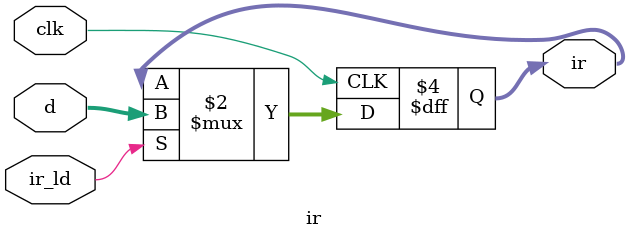
<source format=v>
module ir(clk,ir_ld,d,ir);
input clk,ir_ld;
input [7:0] d;
output reg [7:0] ir;
always@(negedge clk)
begin
    if (ir_ld) ir<=d;
    else;
end
endmodule

</source>
